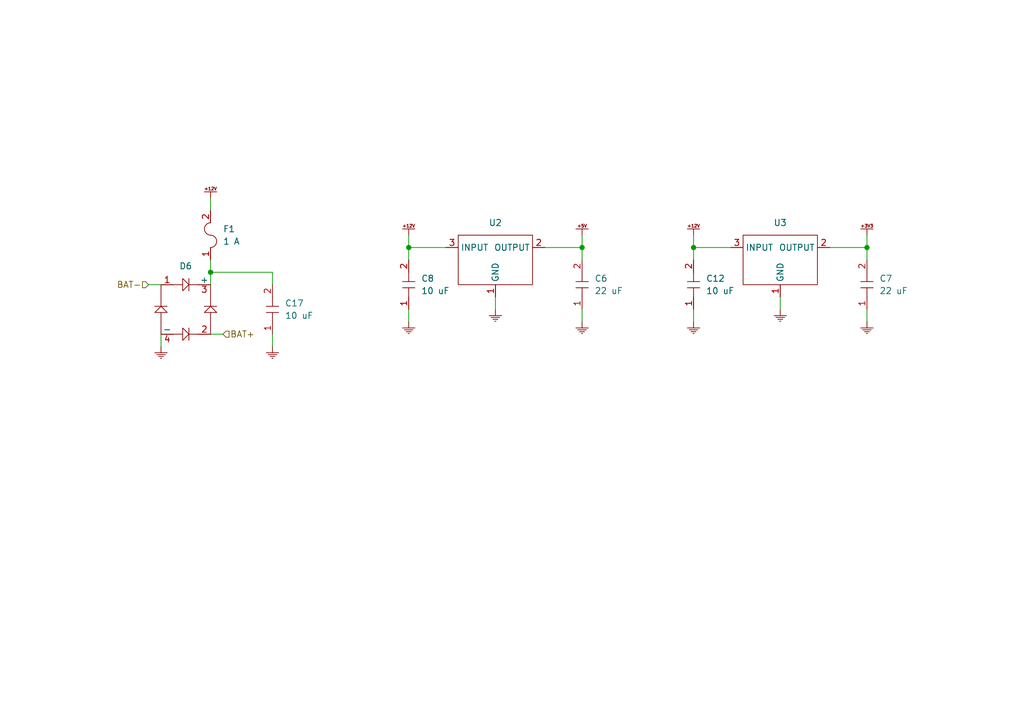
<source format=kicad_sch>
(kicad_sch (version 20230121) (generator eeschema)
  (paper "A5")
  (lib_symbols
    (symbol "zandmd:+12V" (power) (pin_names (offset 0))
      (symbol "+12V_0_1"
        (polyline (pts (xy -1.27 1.27) (xy 1.27 1.27)))
        (polyline (pts (xy 0 0) (xy 0 1.27)))
      )
      (symbol "+12V_1_1"
        (text "+12V" (at 0 1.905 0) (effects (font (size 0.635 0.635))))
        (pin power_in line (at 0 0 90) (length 0) hide (name "+12V") (number "1"))
      )
    )
    (symbol "zandmd:+3V3" (power) (pin_names (offset 0))
      (symbol "+3V3_0_1"
        (polyline (pts (xy -1.27 1.27) (xy 1.27 1.27)))
        (polyline (pts (xy 0 0) (xy 0 1.27)))
      )
      (symbol "+3V3_1_1"
        (text "+3V3" (at 0 1.905 0) (effects (font (size 0.635 0.635))))
        (pin power_in line (at 0 0 90) (length 0) hide (name "+3V3") (number "1"))
      )
    )
    (symbol "zandmd:+5V" (power) (pin_names (offset 0))
      (symbol "+5V_0_1"
        (polyline (pts (xy -1.27 1.27) (xy 1.27 1.27)))
        (polyline (pts (xy 0 0) (xy 0 1.27)))
      )
      (symbol "+5V_1_1"
        (text "+5V" (at 0 1.905 0) (effects (font (size 0.635 0.635))))
        (pin power_in line (at 0 0 90) (length 0) hide (name "+5V") (number "1"))
      )
    )
    (symbol "zandmd:AZ1117IH-3.3TRG1"
      (property "Reference" "U" (at 0 0 0))
      (symbol "AZ1117IH-3.3TRG1_0_1"
        (rectangle (start 2.54 12.7) (end 17.78 2.54))
      )
      (symbol "AZ1117IH-3.3TRG1_1_1"
        (pin passive line (at 10.16 0 90) (length 2.54) (name "GND") (number "1"))
        (pin power_out line (at 20.32 10.16 180) (length 2.54) (name "OUTPUT") (number "2"))
        (pin power_in line (at 0 10.16 0) (length 2.54) (name "INPUT") (number "3"))
      )
    )
    (symbol "zandmd:AZ1117IH-5.0TRG1"
      (property "Reference" "U" (at 0 0 0))
      (symbol "AZ1117IH-5.0TRG1_0_1"
        (rectangle (start 2.54 12.7) (end 17.78 2.54))
      )
      (symbol "AZ1117IH-5.0TRG1_1_1"
        (pin passive line (at 10.16 0 90) (length 2.54) (name "GND") (number "1"))
        (pin power_out line (at 20.32 10.16 180) (length 2.54) (name "OUTPUT") (number "2"))
        (pin power_in line (at 0 10.16 0) (length 2.54) (name "INPUT") (number "3"))
      )
    )
    (symbol "zandmd:CAPACITOR" (pin_names (offset 0))
      (property "Reference" "C" (at 0 0 0))
      (property "Value" "C" (at 0 0 0))
      (symbol "CAPACITOR_0_1"
        (polyline (pts (xy 2.54 0) (xy 4.445 0)))
        (polyline (pts (xy 4.445 1.27) (xy 4.445 -1.27)))
        (polyline (pts (xy 5.715 1.27) (xy 5.715 -1.27)))
        (polyline (pts (xy 7.62 0) (xy 5.715 0)))
      )
      (symbol "CAPACITOR_1_1"
        (pin passive line (at 0 0 0) (length 2.54) (name "") (number "1"))
        (pin passive line (at 10.16 0 180) (length 2.54) (name "") (number "2"))
      )
    )
    (symbol "zandmd:GND" (power) (pin_names (offset 0))
      (symbol "GND_0_1"
        (polyline (pts (xy -1.27 -1.27) (xy 1.27 -1.27)))
        (polyline (pts (xy -0.889 -1.651) (xy 0.889 -1.651)))
        (polyline (pts (xy -0.508 -2.032) (xy 0.508 -2.032)))
        (polyline (pts (xy -0.127 -2.413) (xy 0.127 -2.413)))
        (polyline (pts (xy 0 0) (xy 0 -1.27)))
      )
      (symbol "GND_1_1"
        (pin power_in line (at 0 0 270) (length 0) hide (name "GND") (number "1"))
      )
    )
    (symbol "zandmd:MB14S" (pin_names (offset 0))
      (property "Reference" "D" (at 0 0 0))
      (symbol "MB14S_0_1"
        (polyline (pts (xy 0 4.445) (xy 0 0)))
        (polyline (pts (xy 0 10.16) (xy 0 5.715)))
        (polyline (pts (xy 1.27 5.715) (xy -1.27 5.715)))
        (polyline (pts (xy 4.445 0) (xy 2.54 0)))
        (polyline (pts (xy 4.445 10.16) (xy 2.54 10.16)))
        (polyline (pts (xy 5.715 -1.27) (xy 5.715 1.27)))
        (polyline (pts (xy 5.715 8.89) (xy 5.715 11.43)))
        (polyline (pts (xy 7.62 0) (xy 5.715 0)))
        (polyline (pts (xy 7.62 10.16) (xy 5.715 10.16)))
        (polyline (pts (xy 10.16 4.445) (xy 10.16 0)))
        (polyline (pts (xy 10.16 10.16) (xy 10.16 5.715)))
        (polyline (pts (xy 11.43 5.715) (xy 8.89 5.715)))
        (polyline (pts (xy 0 5.715) (xy -1.27 4.445) (xy 1.27 4.445) (xy 0 5.715)))
        (polyline (pts (xy 5.715 0) (xy 4.445 1.27) (xy 4.445 -1.27) (xy 5.715 0)))
        (polyline (pts (xy 5.715 10.16) (xy 4.445 11.43) (xy 4.445 8.89) (xy 5.715 10.16)))
        (polyline (pts (xy 10.16 5.715) (xy 8.89 4.445) (xy 11.43 4.445) (xy 10.16 5.715)))
      )
      (symbol "MB14S_1_1"
        (text "~" (at 1.27 11.176 0) (effects (font (size 1.27 1.27))))
        (text "~" (at 8.89 1.016 0) (effects (font (size 1.27 1.27))))
        (pin power_in line (at 0 10.16 0) (length 2.54) (name "~") (number "1"))
        (pin power_in line (at 10.16 0 180) (length 2.54) (name "~") (number "2"))
        (pin power_out line (at 10.16 10.16 180) (length 2.54) (name "+") (number "3"))
        (pin passive line (at 0 0 0) (length 2.54) (name "-") (number "4"))
      )
    )
    (symbol "zandmd:PTC" (pin_names (offset 0))
      (property "Reference" "F" (at 0 0 0))
      (symbol "PTC_0_1"
        (arc (start 2.54 0) (mid 3.81 -1.2542) (end 5.08 0))
        (arc (start 7.62 0) (mid 6.35 1.2542) (end 5.08 0))
      )
      (symbol "PTC_1_1"
        (pin passive line (at 0 0 0) (length 2.54) (name "") (number "1"))
        (pin passive line (at 10.16 0 180) (length 2.54) (name "") (number "2"))
      )
    )
  )
  (junction (at 119.38 50.8))
  (junction (at 83.82 50.8))
  (junction (at 43.18 55.88))
  (junction (at 142.24 50.8))
  (junction (at 177.8 50.8))
  (wire (pts (xy 160.02 60.96) (xy 160.02 63.5)))
  (wire (pts (xy 119.38 50.8) (xy 119.38 53.34)))
  (wire (pts (xy 177.8 48.26) (xy 177.8 50.8)))
  (wire (pts (xy 33.02 68.58) (xy 33.02 71.12)))
  (wire (pts (xy 43.18 68.58) (xy 45.72 68.58)))
  (wire (pts (xy 142.24 50.8) (xy 149.86 50.8)))
  (wire (pts (xy 119.38 48.26) (xy 119.38 50.8)))
  (wire (pts (xy 142.24 63.5) (xy 142.24 66.04)))
  (wire (pts (xy 83.82 50.8) (xy 83.82 53.34)))
  (wire (pts (xy 30.48 58.42) (xy 33.02 58.42)))
  (wire (pts (xy 177.8 50.8) (xy 177.8 53.34)))
  (wire (pts (xy 119.38 63.5) (xy 119.38 66.04)))
  (wire (pts (xy 170.18 50.8) (xy 177.8 50.8)))
  (wire (pts (xy 43.18 53.34) (xy 43.18 55.88)))
  (wire (pts (xy 142.24 50.8) (xy 142.24 53.34)))
  (wire (pts (xy 43.18 55.88) (xy 43.18 58.42)))
  (wire (pts (xy 55.88 68.58) (xy 55.88 71.12)))
  (wire (pts (xy 111.76 50.8) (xy 119.38 50.8)))
  (wire (pts (xy 101.6 60.96) (xy 101.6 63.5)))
  (wire (pts (xy 83.82 48.26) (xy 83.82 50.8)))
  (wire (pts (xy 83.82 63.5) (xy 83.82 66.04)))
  (wire (pts (xy 83.82 50.8) (xy 91.44 50.8)))
  (wire (pts (xy 55.88 58.42) (xy 55.88 55.88)))
  (wire (pts (xy 43.18 55.88) (xy 55.88 55.88)))
  (wire (pts (xy 177.8 63.5) (xy 177.8 66.04)))
  (wire (pts (xy 43.18 40.64) (xy 43.18 43.18)))
  (wire (pts (xy 142.24 48.26) (xy 142.24 50.8)))
  (hierarchical_label "BAT+" (shape input) (at 45.72 68.58 0))
  (hierarchical_label "BAT-" (shape input) (at 30.48 58.42 180))
  (symbol (lib_id "zandmd:GND") (at 33.02 71.12 0) (unit 1)
    (property "Reference" "#PWR019" (effects hide))
    (property "Value" "GND" (effects hide))
  )
  (symbol (lib_id "zandmd:GND") (at 119.38 66.04 0) (unit 1)
    (property "Reference" "#PWR024" (effects hide))
    (property "Value" "GND" (effects hide))
  )
  (symbol (lib_id "zandmd:+3V3") (at 177.8 48.26 0) (unit 1)
    (property "Reference" "#PWR030" (effects hide))
    (property "Value" "+3V3" (effects hide))
  )
  (symbol (lib_id "zandmd:CAPACITOR") (at 177.8 63.5 90) (unit 1)
    (property "Reference" "C7" (at 180.34 57.15 90) (effects (justify right)))
    (property "Value" "22 uF" (at 180.34 59.69 90) (effects (justify right)))
    (property "Footprint" "zandmd:PASSIVE-NPOL-0805" (effects hide))
    (property "Sim.Device" "C" (effects hide))
    (property "Sim.Pins" "1=+ 2=-" (effects hide))
  )
  (symbol (lib_id "zandmd:AZ1117IH-3.3TRG1") (at 149.86 60.96 0) (unit 1)
    (property "Reference" "U3" (at 160.02 45.72 0))
    (property "Value" "AZ1117IH-3.3TRG1" (effects hide))
    (property "Footprint" "zandmd:AZ1117IH-3.3TRG1" (effects hide))
    (property "Datasheet" "https://www.diodes.com/assets/Datasheets/AZ1117I.pdf" (effects hide))
    (property "Sim.Enable" "0" (effects hide))
  )
  (symbol (lib_id "zandmd:GND") (at 160.02 63.5 0) (unit 1)
    (property "Reference" "#PWR029" (effects hide))
    (property "Value" "GND" (effects hide))
  )
  (symbol (lib_id "zandmd:GND") (at 142.24 66.04 0) (unit 1)
    (property "Reference" "#PWR028" (effects hide))
    (property "Value" "GND" (effects hide))
  )
  (symbol (lib_id "zandmd:GND") (at 55.88 71.12 0) (unit 1)
    (property "Reference" "#PWR021" (effects hide))
    (property "Value" "GND" (effects hide))
  )
  (symbol (lib_id "zandmd:AZ1117IH-5.0TRG1") (at 91.44 60.96 0) (unit 1)
    (property "Reference" "U2" (at 101.6 45.72 0))
    (property "Value" "AZ1117IH-5.0TRG1" (effects hide))
    (property "Footprint" "zandmd:AZ1117IH-5.0TRG1" (effects hide))
    (property "Datasheet" "https://www.diodes.com/assets/Datasheets/AZ1117I.pdf" (effects hide))
    (property "Sim.Enable" "0" (effects hide))
  )
  (symbol (lib_id "zandmd:CAPACITOR") (at 119.38 63.5 90) (unit 1)
    (property "Reference" "C6" (at 121.92 57.15 90) (effects (justify right)))
    (property "Value" "22 uF" (at 121.92 59.69 90) (effects (justify right)))
    (property "Footprint" "zandmd:PASSIVE-NPOL-0805" (effects hide))
    (property "Sim.Device" "C" (effects hide))
    (property "Sim.Pins" "1=+ 2=-" (effects hide))
  )
  (symbol (lib_id "zandmd:+12V") (at 43.18 40.64 0) (unit 1)
    (property "Reference" "#PWR020" (effects hide))
    (property "Value" "+12V" (effects hide))
  )
  (symbol (lib_id "zandmd:GND") (at 177.8 66.04 0) (unit 1)
    (property "Reference" "#PWR031" (effects hide))
    (property "Value" "GND" (effects hide))
  )
  (symbol (lib_id "zandmd:CAPACITOR") (at 142.24 63.5 90) (unit 1)
    (property "Reference" "C12" (at 144.78 57.15 90) (effects (justify right)))
    (property "Value" "10 uF" (at 144.78 59.69 90) (effects (justify right)))
    (property "Footprint" "zandmd:PASSIVE-NPOL-0805" (effects hide))
    (property "Sim.Device" "C" (effects hide))
    (property "Sim.Pins" "1=+ 2=-" (effects hide))
  )
  (symbol (lib_id "zandmd:+12V") (at 142.24 48.26 0) (unit 1)
    (property "Reference" "#PWR027" (effects hide))
    (property "Value" "+12V" (effects hide))
  )
  (symbol (lib_id "zandmd:MB14S") (at 33.02 68.58 0) (unit 1)
    (property "Reference" "D6" (at 38.1 54.61 0))
    (property "Value" "MB14S" (effects hide))
    (property "Footprint" "zandmd:MB14S" (effects hide))
    (property "Datasheet" "https://goodarksemi.com/docs/datasheets/schottky_bridge_rectifiers/MB12S-MB110S.pdf" (effects hide))
    (property "Sim.Enable" "0" (effects hide))
  )
  (symbol (lib_id "zandmd:CAPACITOR") (at 83.82 63.5 90) (unit 1)
    (property "Reference" "C8" (at 86.36 57.15 90) (effects (justify right)))
    (property "Value" "10 uF" (at 86.36 59.69 90) (effects (justify right)))
    (property "Footprint" "zandmd:PASSIVE-NPOL-0805" (effects hide))
    (property "Sim.Device" "C" (effects hide))
    (property "Sim.Pins" "1=+ 2=-" (effects hide))
  )
  (symbol (lib_id "zandmd:+5V") (at 119.38 48.26 0) (unit 1)
    (property "Reference" "#PWR026" (effects hide))
    (property "Value" "+5V" (effects hide))
  )
  (symbol (lib_id "zandmd:PTC") (at 43.18 53.34 90) (unit 1)
    (property "Reference" "F1" (at 45.72 46.99 90) (effects (justify right)))
    (property "Value" "1 A" (at 45.72 49.53 90) (effects (justify right)))
    (property "Footprint" "zandmd:PASSIVE-NPOL-1206" (effects hide))
    (property "Sim.Enable" "0" (effects hide))
  )
  (symbol (lib_id "zandmd:GND") (at 101.6 63.5 0) (unit 1)
    (property "Reference" "#PWR023" (effects hide))
    (property "Value" "GND" (effects hide))
  )
  (symbol (lib_id "zandmd:CAPACITOR") (at 55.88 68.58 90) (unit 1)
    (property "Reference" "C17" (at 58.42 62.23 90) (effects (justify right)))
    (property "Value" "10 uF" (at 58.42 64.77 90) (effects (justify right)))
    (property "Footprint" "zandmd:PASSIVE-NPOL-0805" (effects hide))
    (property "Sim.Device" "C" (effects hide))
    (property "Sim.Pins" "1=+ 2=-" (effects hide))
  )
  (symbol (lib_id "zandmd:GND") (at 83.82 66.04 0) (unit 1)
    (property "Reference" "#PWR022" (effects hide))
    (property "Value" "GND" (effects hide))
  )
  (symbol (lib_id "zandmd:+12V") (at 83.82 48.26 0) (unit 1)
    (property "Reference" "#PWR025" (effects hide))
    (property "Value" "+12V" (effects hide))
  )
)
</source>
